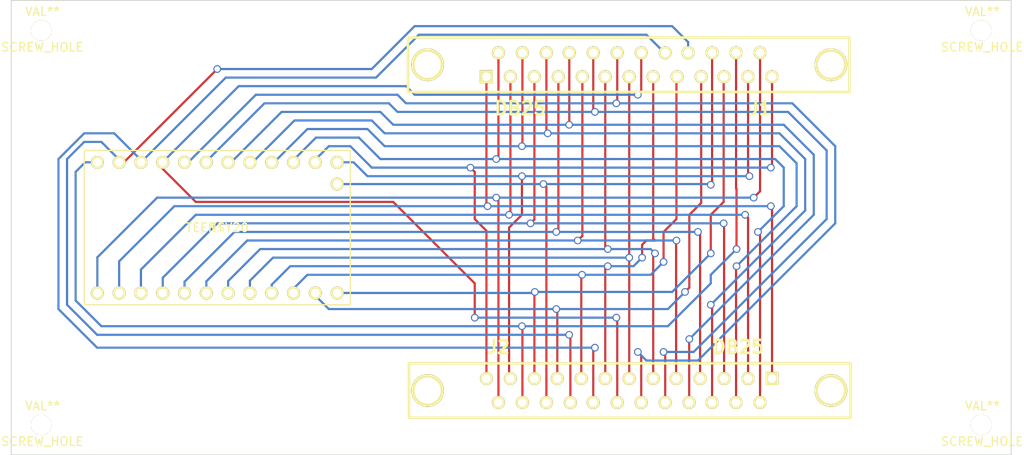
<source format=kicad_pcb>
(kicad_pcb (version 3) (host pcbnew "(2013-07-07 BZR 4022)-stable")

  (general
    (links 50)
    (no_connects 0)
    (area -2.284555 -0.050001 118.984555 53.050001)
    (thickness 1.6)
    (drawings 4)
    (tracks 325)
    (zones 0)
    (modules 7)
    (nets 26)
  )

  (page A3)
  (layers
    (15 F.Cu signal)
    (0 B.Cu signal)
    (16 B.Adhes user)
    (17 F.Adhes user)
    (18 B.Paste user)
    (19 F.Paste user)
    (20 B.SilkS user)
    (21 F.SilkS user)
    (22 B.Mask user)
    (23 F.Mask user)
    (24 Dwgs.User user)
    (25 Cmts.User user)
    (26 Eco1.User user)
    (27 Eco2.User user)
    (28 Edge.Cuts user)
  )

  (setup
    (last_trace_width 0.254)
    (trace_clearance 0.254)
    (zone_clearance 0.508)
    (zone_45_only no)
    (trace_min 0.254)
    (segment_width 0.2)
    (edge_width 0.1)
    (via_size 0.889)
    (via_drill 0.635)
    (via_min_size 0.889)
    (via_min_drill 0.508)
    (uvia_size 0.508)
    (uvia_drill 0.127)
    (uvias_allowed no)
    (uvia_min_size 0.508)
    (uvia_min_drill 0.127)
    (pcb_text_width 0.3)
    (pcb_text_size 1.5 1.5)
    (mod_edge_width 0.15)
    (mod_text_size 1 1)
    (mod_text_width 0.15)
    (pad_size 1.5 1.5)
    (pad_drill 0.6)
    (pad_to_mask_clearance 0)
    (aux_axis_origin 0 0)
    (visible_elements 7FFFFFFF)
    (pcbplotparams
      (layerselection 3178497)
      (usegerberextensions true)
      (excludeedgelayer true)
      (linewidth 0.150000)
      (plotframeref false)
      (viasonmask false)
      (mode 1)
      (useauxorigin false)
      (hpglpennumber 1)
      (hpglpenspeed 20)
      (hpglpendiameter 15)
      (hpglpenoverlay 2)
      (psnegative false)
      (psa4output false)
      (plotreference true)
      (plotvalue true)
      (plotothertext true)
      (plotinvisibletext false)
      (padsonsilk false)
      (subtractmaskfromsilk false)
      (outputformat 1)
      (mirror false)
      (drillshape 1)
      (scaleselection 1)
      (outputdirectory ""))
  )

  (net 0 "")
  (net 1 N-000001)
  (net 2 N-0000010)
  (net 3 N-0000011)
  (net 4 N-0000012)
  (net 5 N-0000013)
  (net 6 N-0000014)
  (net 7 N-0000015)
  (net 8 N-0000016)
  (net 9 N-0000017)
  (net 10 N-0000018)
  (net 11 N-0000019)
  (net 12 N-000002)
  (net 13 N-0000020)
  (net 14 N-0000021)
  (net 15 N-0000022)
  (net 16 N-0000023)
  (net 17 N-0000024)
  (net 18 N-0000025)
  (net 19 N-000003)
  (net 20 N-000004)
  (net 21 N-000005)
  (net 22 N-000006)
  (net 23 N-000007)
  (net 24 N-000008)
  (net 25 N-000009)

  (net_class Default "This is the default net class."
    (clearance 0.254)
    (trace_width 0.254)
    (via_dia 0.889)
    (via_drill 0.635)
    (uvia_dia 0.508)
    (uvia_drill 0.127)
    (add_net "")
    (add_net N-000001)
    (add_net N-0000010)
    (add_net N-0000011)
    (add_net N-0000012)
    (add_net N-0000013)
    (add_net N-0000014)
    (add_net N-0000015)
    (add_net N-0000016)
    (add_net N-0000017)
    (add_net N-0000018)
    (add_net N-0000019)
    (add_net N-000002)
    (add_net N-0000020)
    (add_net N-0000021)
    (add_net N-0000022)
    (add_net N-0000023)
    (add_net N-0000024)
    (add_net N-0000025)
    (add_net N-000003)
    (add_net N-000004)
    (add_net N-000005)
    (add_net N-000006)
    (add_net N-000007)
    (add_net N-000008)
    (add_net N-000009)
  )

  (module TEENSY20 (layer F.Cu) (tedit 54559565) (tstamp 5A2E3B51)
    (at 24 26.5)
    (path /5A2E3668)
    (fp_text reference T1 (at 0 0) (layer F.SilkS)
      (effects (font (size 1 1) (thickness 0.15)))
    )
    (fp_text value TEENSY20 (at 0 0) (layer F.SilkS)
      (effects (font (size 1 1) (thickness 0.15)))
    )
    (fp_line (start -15.5 -9) (end 15.5 -9) (layer F.SilkS) (width 0.15))
    (fp_line (start 15.5 -9) (end 15.5 9) (layer F.SilkS) (width 0.15))
    (fp_line (start 15.5 9) (end -15.5 9) (layer F.SilkS) (width 0.15))
    (fp_line (start -15.5 9) (end -15.5 -9) (layer F.SilkS) (width 0.15))
    (pad 1 thru_hole circle (at -11.43 7.62) (size 1.524 1.524) (drill 1.016)
      (layers *.Cu *.Mask F.SilkS)
      (net 8 N-0000016)
    )
    (pad 23 thru_hole circle (at -13.97 -7.62) (size 1.524 1.524) (drill 1.016)
      (layers *.Cu *.Mask F.SilkS)
      (net 24 N-000008)
    )
    (pad 6 thru_hole circle (at 1.27 7.62) (size 1.524 1.524) (drill 1.016)
      (layers *.Cu *.Mask F.SilkS)
      (net 13 N-0000020)
    )
    (pad 17 thru_hole circle (at 1.27 -7.62) (size 1.524 1.524) (drill 1.016)
      (layers *.Cu *.Mask F.SilkS)
      (net 4 N-0000012)
    )
    (pad 18 thru_hole circle (at -1.27 -7.62) (size 1.524 1.524) (drill 1.016)
      (layers *.Cu *.Mask F.SilkS)
      (net 5 N-0000013)
    )
    (pad 19 thru_hole circle (at -3.81 -7.62) (size 1.524 1.524) (drill 1.016)
      (layers *.Cu *.Mask F.SilkS)
      (net 21 N-000005)
    )
    (pad 20 thru_hole circle (at -6.35 -7.62) (size 1.524 1.524) (drill 1.016)
      (layers *.Cu *.Mask F.SilkS)
      (net 22 N-000006)
    )
    (pad 21 thru_hole circle (at -8.89 -7.62) (size 1.524 1.524) (drill 1.016)
      (layers *.Cu *.Mask F.SilkS)
      (net 20 N-000004)
    )
    (pad 22 thru_hole circle (at -11.43 -7.62) (size 1.524 1.524) (drill 1.016)
      (layers *.Cu *.Mask F.SilkS)
      (net 23 N-000007)
    )
    (pad 16 thru_hole circle (at 3.81 -7.62) (size 1.524 1.524) (drill 1.016)
      (layers *.Cu *.Mask F.SilkS)
      (net 25 N-000009)
    )
    (pad 15 thru_hole circle (at 6.35 -7.62) (size 1.524 1.524) (drill 1.016)
      (layers *.Cu *.Mask F.SilkS)
      (net 3 N-0000011)
    )
    (pad 14 thru_hole circle (at 8.89 -7.62) (size 1.524 1.524) (drill 1.016)
      (layers *.Cu *.Mask F.SilkS)
      (net 2 N-0000010)
    )
    (pad 13 thru_hole circle (at 11.43 -7.62) (size 1.524 1.524) (drill 1.016)
      (layers *.Cu *.Mask F.SilkS)
      (net 19 N-000003)
    )
    (pad 12 thru_hole circle (at 13.97 -7.62) (size 1.524 1.524) (drill 1.016)
      (layers *.Cu *.Mask F.SilkS)
      (net 12 N-000002)
    )
    (pad 5 thru_hole circle (at -1.27 7.62) (size 1.524 1.524) (drill 1.016)
      (layers *.Cu *.Mask F.SilkS)
      (net 7 N-0000015)
    )
    (pad 4 thru_hole circle (at -3.81 7.62) (size 1.524 1.524) (drill 1.016)
      (layers *.Cu *.Mask F.SilkS)
      (net 11 N-0000019)
    )
    (pad 3 thru_hole circle (at -6.35 7.62) (size 1.524 1.524) (drill 1.016)
      (layers *.Cu *.Mask F.SilkS)
      (net 10 N-0000018)
    )
    (pad 2 thru_hole circle (at -8.89 7.62) (size 1.524 1.524) (drill 1.016)
      (layers *.Cu *.Mask F.SilkS)
      (net 9 N-0000017)
    )
    (pad 0 thru_hole circle (at -13.97 7.62) (size 1.524 1.524) (drill 1.016)
      (layers *.Cu *.Mask F.SilkS)
      (net 6 N-0000014)
    )
    (pad 7 thru_hole circle (at 3.81 7.62) (size 1.524 1.524) (drill 1.016)
      (layers *.Cu *.Mask F.SilkS)
      (net 14 N-0000021)
    )
    (pad 8 thru_hole circle (at 6.35 7.62) (size 1.524 1.524) (drill 1.016)
      (layers *.Cu *.Mask F.SilkS)
      (net 15 N-0000022)
    )
    (pad 9 thru_hole circle (at 8.89 7.62) (size 1.524 1.524) (drill 1.016)
      (layers *.Cu *.Mask F.SilkS)
      (net 16 N-0000023)
    )
    (pad 10 thru_hole circle (at 11.43 7.62) (size 1.524 1.524) (drill 1.016)
      (layers *.Cu *.Mask F.SilkS)
      (net 17 N-0000024)
    )
    (pad 11 thru_hole circle (at 13.97 7.62) (size 1.524 1.524) (drill 1.016)
      (layers *.Cu *.Mask F.SilkS)
      (net 18 N-0000025)
    )
    (pad 24 thru_hole circle (at 13.97 -5.08) (size 1.524 1.524) (drill 1.016)
      (layers *.Cu *.Mask F.SilkS)
      (net 1 N-000001)
    )
  )

  (module DB25FD (layer F.Cu) (tedit 200000) (tstamp 5A2E3B76)
    (at 72 45.5)
    (descr "Connecteur DB25 femelle droit")
    (tags "CONN DB25")
    (path /5A2E3681)
    (fp_text reference J2 (at -15.24 -5.08 180) (layer F.SilkS)
      (effects (font (size 1.524 1.524) (thickness 0.3048)))
    )
    (fp_text value DB25 (at 12.7 -5.08 180) (layer F.SilkS)
      (effects (font (size 1.524 1.524) (thickness 0.3048)))
    )
    (fp_line (start -25.654 -3.175) (end -25.654 -3.175) (layer F.SilkS) (width 0.3048))
    (fp_line (start -25.654 -3.175) (end -25.654 3.175) (layer F.SilkS) (width 0.3048))
    (fp_line (start -25.654 3.175) (end 25.781 3.175) (layer F.SilkS) (width 0.3048))
    (fp_line (start 25.781 3.175) (end 25.781 -3.175) (layer F.SilkS) (width 0.3048))
    (fp_line (start 25.781 -3.175) (end -25.527 -3.175) (layer F.SilkS) (width 0.3048))
    (fp_line (start -25.527 -3.175) (end -25.654 -3.175) (layer F.SilkS) (width 0.3048))
    (pad 0 thru_hole circle (at -23.495 0) (size 3.81 3.81) (drill 3.048)
      (layers *.Cu *.Mask F.SilkS)
    )
    (pad 0 thru_hole circle (at 23.495 0) (size 3.81 3.81) (drill 3.048)
      (layers *.Cu *.Mask F.SilkS)
    )
    (pad 1 thru_hole rect (at 16.637 -1.397) (size 1.524 1.524) (drill 1.016)
      (layers *.Cu *.Mask F.SilkS)
      (net 8 N-0000016)
    )
    (pad 2 thru_hole circle (at 13.843 -1.397) (size 1.524 1.524) (drill 1.016)
      (layers *.Cu *.Mask F.SilkS)
      (net 9 N-0000017)
    )
    (pad 3 thru_hole circle (at 11.049 -1.397) (size 1.524 1.524) (drill 1.016)
      (layers *.Cu *.Mask F.SilkS)
      (net 10 N-0000018)
    )
    (pad 4 thru_hole circle (at 8.255 -1.397) (size 1.524 1.524) (drill 1.016)
      (layers *.Cu *.Mask F.SilkS)
      (net 11 N-0000019)
    )
    (pad 5 thru_hole circle (at 5.461 -1.397) (size 1.524 1.524) (drill 1.016)
      (layers *.Cu *.Mask F.SilkS)
      (net 7 N-0000015)
    )
    (pad 6 thru_hole circle (at 2.794 -1.397) (size 1.524 1.524) (drill 1.016)
      (layers *.Cu *.Mask F.SilkS)
      (net 13 N-0000020)
    )
    (pad 7 thru_hole circle (at 0 -1.397) (size 1.524 1.524) (drill 1.016)
      (layers *.Cu *.Mask F.SilkS)
      (net 14 N-0000021)
    )
    (pad 8 thru_hole circle (at -2.794 -1.397) (size 1.524 1.524) (drill 1.016)
      (layers *.Cu *.Mask F.SilkS)
      (net 15 N-0000022)
    )
    (pad 9 thru_hole circle (at -5.588 -1.397) (size 1.524 1.524) (drill 1.016)
      (layers *.Cu *.Mask F.SilkS)
      (net 16 N-0000023)
    )
    (pad 10 thru_hole circle (at -8.382 -1.397) (size 1.524 1.524) (drill 1.016)
      (layers *.Cu *.Mask F.SilkS)
      (net 17 N-0000024)
    )
    (pad 11 thru_hole circle (at -11.049 -1.397) (size 1.524 1.524) (drill 1.016)
      (layers *.Cu *.Mask F.SilkS)
      (net 18 N-0000025)
    )
    (pad 12 thru_hole circle (at -13.843 -1.397) (size 1.524 1.524) (drill 1.016)
      (layers *.Cu *.Mask F.SilkS)
      (net 12 N-000002)
    )
    (pad 13 thru_hole circle (at -16.637 -1.397) (size 1.524 1.524) (drill 1.016)
      (layers *.Cu *.Mask F.SilkS)
      (net 19 N-000003)
    )
    (pad 14 thru_hole circle (at 15.24 1.397) (size 1.524 1.524) (drill 1.016)
      (layers *.Cu *.Mask F.SilkS)
      (net 2 N-0000010)
    )
    (pad 15 thru_hole circle (at 12.446 1.397) (size 1.524 1.524) (drill 1.016)
      (layers *.Cu *.Mask F.SilkS)
      (net 3 N-0000011)
    )
    (pad 16 thru_hole circle (at 9.652 1.397) (size 1.524 1.524) (drill 1.016)
      (layers *.Cu *.Mask F.SilkS)
      (net 25 N-000009)
    )
    (pad 17 thru_hole circle (at 6.985 1.397) (size 1.524 1.524) (drill 1.016)
      (layers *.Cu *.Mask F.SilkS)
      (net 4 N-0000012)
    )
    (pad 18 thru_hole circle (at 4.191 1.397) (size 1.524 1.524) (drill 1.016)
      (layers *.Cu *.Mask F.SilkS)
      (net 5 N-0000013)
    )
    (pad 19 thru_hole circle (at 1.397 1.397) (size 1.524 1.524) (drill 1.016)
      (layers *.Cu *.Mask F.SilkS)
      (net 21 N-000005)
    )
    (pad 20 thru_hole circle (at -1.397 1.397) (size 1.524 1.524) (drill 1.016)
      (layers *.Cu *.Mask F.SilkS)
      (net 22 N-000006)
    )
    (pad 21 thru_hole circle (at -4.191 1.397) (size 1.524 1.524) (drill 1.016)
      (layers *.Cu *.Mask F.SilkS)
      (net 20 N-000004)
    )
    (pad 22 thru_hole circle (at -6.858 1.397) (size 1.524 1.524) (drill 1.016)
      (layers *.Cu *.Mask F.SilkS)
      (net 23 N-000007)
    )
    (pad 23 thru_hole circle (at -9.652 1.397) (size 1.524 1.524) (drill 1.016)
      (layers *.Cu *.Mask F.SilkS)
      (net 1 N-000001)
    )
    (pad 24 thru_hole circle (at -12.446 1.397) (size 1.524 1.524) (drill 1.016)
      (layers *.Cu *.Mask F.SilkS)
      (net 24 N-000008)
    )
    (pad 25 thru_hole circle (at -15.24 1.397) (size 1.524 1.524) (drill 1.016)
      (layers *.Cu *.Mask F.SilkS)
      (net 6 N-0000014)
    )
    (model conn_DBxx/db25_female.wrl
      (at (xyz 0 0 0))
      (scale (xyz 1 1 1))
      (rotate (xyz 0 0 0))
    )
  )

  (module DB25FD (layer F.Cu) (tedit 200000) (tstamp 5A2E3B9B)
    (at 72 7.5 180)
    (descr "Connecteur DB25 femelle droit")
    (tags "CONN DB25")
    (path /5A2E3695)
    (fp_text reference J1 (at -15.24 -5.08 360) (layer F.SilkS)
      (effects (font (size 1.524 1.524) (thickness 0.3048)))
    )
    (fp_text value DB25 (at 12.7 -5.08 360) (layer F.SilkS)
      (effects (font (size 1.524 1.524) (thickness 0.3048)))
    )
    (fp_line (start -25.654 -3.175) (end -25.654 -3.175) (layer F.SilkS) (width 0.3048))
    (fp_line (start -25.654 -3.175) (end -25.654 3.175) (layer F.SilkS) (width 0.3048))
    (fp_line (start -25.654 3.175) (end 25.781 3.175) (layer F.SilkS) (width 0.3048))
    (fp_line (start 25.781 3.175) (end 25.781 -3.175) (layer F.SilkS) (width 0.3048))
    (fp_line (start 25.781 -3.175) (end -25.527 -3.175) (layer F.SilkS) (width 0.3048))
    (fp_line (start -25.527 -3.175) (end -25.654 -3.175) (layer F.SilkS) (width 0.3048))
    (pad 0 thru_hole circle (at -23.495 0 180) (size 3.81 3.81) (drill 3.048)
      (layers *.Cu *.Mask F.SilkS)
    )
    (pad 0 thru_hole circle (at 23.495 0 180) (size 3.81 3.81) (drill 3.048)
      (layers *.Cu *.Mask F.SilkS)
    )
    (pad 1 thru_hole rect (at 16.637 -1.397 180) (size 1.524 1.524) (drill 1.016)
      (layers *.Cu *.Mask F.SilkS)
      (net 8 N-0000016)
    )
    (pad 2 thru_hole circle (at 13.843 -1.397 180) (size 1.524 1.524) (drill 1.016)
      (layers *.Cu *.Mask F.SilkS)
      (net 9 N-0000017)
    )
    (pad 3 thru_hole circle (at 11.049 -1.397 180) (size 1.524 1.524) (drill 1.016)
      (layers *.Cu *.Mask F.SilkS)
      (net 10 N-0000018)
    )
    (pad 4 thru_hole circle (at 8.255 -1.397 180) (size 1.524 1.524) (drill 1.016)
      (layers *.Cu *.Mask F.SilkS)
      (net 11 N-0000019)
    )
    (pad 5 thru_hole circle (at 5.461 -1.397 180) (size 1.524 1.524) (drill 1.016)
      (layers *.Cu *.Mask F.SilkS)
      (net 7 N-0000015)
    )
    (pad 6 thru_hole circle (at 2.794 -1.397 180) (size 1.524 1.524) (drill 1.016)
      (layers *.Cu *.Mask F.SilkS)
      (net 13 N-0000020)
    )
    (pad 7 thru_hole circle (at 0 -1.397 180) (size 1.524 1.524) (drill 1.016)
      (layers *.Cu *.Mask F.SilkS)
      (net 14 N-0000021)
    )
    (pad 8 thru_hole circle (at -2.794 -1.397 180) (size 1.524 1.524) (drill 1.016)
      (layers *.Cu *.Mask F.SilkS)
      (net 15 N-0000022)
    )
    (pad 9 thru_hole circle (at -5.588 -1.397 180) (size 1.524 1.524) (drill 1.016)
      (layers *.Cu *.Mask F.SilkS)
      (net 16 N-0000023)
    )
    (pad 10 thru_hole circle (at -8.382 -1.397 180) (size 1.524 1.524) (drill 1.016)
      (layers *.Cu *.Mask F.SilkS)
      (net 17 N-0000024)
    )
    (pad 11 thru_hole circle (at -11.049 -1.397 180) (size 1.524 1.524) (drill 1.016)
      (layers *.Cu *.Mask F.SilkS)
      (net 18 N-0000025)
    )
    (pad 12 thru_hole circle (at -13.843 -1.397 180) (size 1.524 1.524) (drill 1.016)
      (layers *.Cu *.Mask F.SilkS)
      (net 12 N-000002)
    )
    (pad 13 thru_hole circle (at -16.637 -1.397 180) (size 1.524 1.524) (drill 1.016)
      (layers *.Cu *.Mask F.SilkS)
      (net 19 N-000003)
    )
    (pad 14 thru_hole circle (at 15.24 1.397 180) (size 1.524 1.524) (drill 1.016)
      (layers *.Cu *.Mask F.SilkS)
      (net 2 N-0000010)
    )
    (pad 15 thru_hole circle (at 12.446 1.397 180) (size 1.524 1.524) (drill 1.016)
      (layers *.Cu *.Mask F.SilkS)
      (net 3 N-0000011)
    )
    (pad 16 thru_hole circle (at 9.652 1.397 180) (size 1.524 1.524) (drill 1.016)
      (layers *.Cu *.Mask F.SilkS)
      (net 25 N-000009)
    )
    (pad 17 thru_hole circle (at 6.985 1.397 180) (size 1.524 1.524) (drill 1.016)
      (layers *.Cu *.Mask F.SilkS)
      (net 4 N-0000012)
    )
    (pad 18 thru_hole circle (at 4.191 1.397 180) (size 1.524 1.524) (drill 1.016)
      (layers *.Cu *.Mask F.SilkS)
      (net 5 N-0000013)
    )
    (pad 19 thru_hole circle (at 1.397 1.397 180) (size 1.524 1.524) (drill 1.016)
      (layers *.Cu *.Mask F.SilkS)
      (net 21 N-000005)
    )
    (pad 20 thru_hole circle (at -1.397 1.397 180) (size 1.524 1.524) (drill 1.016)
      (layers *.Cu *.Mask F.SilkS)
      (net 22 N-000006)
    )
    (pad 21 thru_hole circle (at -4.191 1.397 180) (size 1.524 1.524) (drill 1.016)
      (layers *.Cu *.Mask F.SilkS)
      (net 20 N-000004)
    )
    (pad 22 thru_hole circle (at -6.858 1.397 180) (size 1.524 1.524) (drill 1.016)
      (layers *.Cu *.Mask F.SilkS)
      (net 23 N-000007)
    )
    (pad 23 thru_hole circle (at -9.652 1.397 180) (size 1.524 1.524) (drill 1.016)
      (layers *.Cu *.Mask F.SilkS)
      (net 1 N-000001)
    )
    (pad 24 thru_hole circle (at -12.446 1.397 180) (size 1.524 1.524) (drill 1.016)
      (layers *.Cu *.Mask F.SilkS)
      (net 24 N-000008)
    )
    (pad 25 thru_hole circle (at -15.24 1.397 180) (size 1.524 1.524) (drill 1.016)
      (layers *.Cu *.Mask F.SilkS)
      (net 6 N-0000014)
    )
    (model conn_DBxx/db25_female.wrl
      (at (xyz 0 0 0))
      (scale (xyz 1 1 1))
      (rotate (xyz 0 0 0))
    )
  )

  (module SCREW_HOLE (layer F.Cu) (tedit 5A2D949C) (tstamp 5A2E9B70)
    (at 3.5 3.5)
    (fp_text reference SCREW_HOLE (at 0.1 1.95) (layer F.SilkS)
      (effects (font (size 1 1) (thickness 0.15)))
    )
    (fp_text value VAL** (at 0.15 -2.2) (layer F.SilkS)
      (effects (font (size 1 1) (thickness 0.15)))
    )
    (pad HOLE thru_hole circle (at 0 0) (size 2.4 2.4) (drill 2.4)
      (layers *.Cu *.Mask F.SilkS)
    )
  )

  (module SCREW_HOLE (layer F.Cu) (tedit 5A2D949C) (tstamp 5A2E9B79)
    (at 3.5 49.5)
    (fp_text reference SCREW_HOLE (at 0.1 1.95) (layer F.SilkS)
      (effects (font (size 1 1) (thickness 0.15)))
    )
    (fp_text value VAL** (at 0.15 -2.2) (layer F.SilkS)
      (effects (font (size 1 1) (thickness 0.15)))
    )
    (pad HOLE thru_hole circle (at 0 0) (size 2.4 2.4) (drill 2.4)
      (layers *.Cu *.Mask F.SilkS)
    )
  )

  (module SCREW_HOLE (layer F.Cu) (tedit 5A2D949C) (tstamp 5A2E9B82)
    (at 113 3.5)
    (fp_text reference SCREW_HOLE (at 0.1 1.95) (layer F.SilkS)
      (effects (font (size 1 1) (thickness 0.15)))
    )
    (fp_text value VAL** (at 0.15 -2.2) (layer F.SilkS)
      (effects (font (size 1 1) (thickness 0.15)))
    )
    (pad HOLE thru_hole circle (at 0 0) (size 2.4 2.4) (drill 2.4)
      (layers *.Cu *.Mask F.SilkS)
    )
  )

  (module SCREW_HOLE (layer F.Cu) (tedit 5A2D949C) (tstamp 5A2E9B8B)
    (at 113 49.5)
    (fp_text reference SCREW_HOLE (at 0.1 1.95) (layer F.SilkS)
      (effects (font (size 1 1) (thickness 0.15)))
    )
    (fp_text value VAL** (at 0.15 -2.2) (layer F.SilkS)
      (effects (font (size 1 1) (thickness 0.15)))
    )
    (pad HOLE thru_hole circle (at 0 0) (size 2.4 2.4) (drill 2.4)
      (layers *.Cu *.Mask F.SilkS)
    )
  )

  (gr_line (start 0 53) (end 0 0) (angle 90) (layer Edge.Cuts) (width 0.1))
  (gr_line (start 116.5 53) (end 0 53) (angle 90) (layer Edge.Cuts) (width 0.1))
  (gr_line (start 116.5 0) (end 116.5 53) (angle 90) (layer Edge.Cuts) (width 0.1))
  (gr_line (start 0 0) (end 116.5 0) (angle 90) (layer Edge.Cuts) (width 0.1))

  (via (at 62 21.42) (size 0.889) (layers F.Cu B.Cu) (net 1))
  (segment (start 62.348 46.897) (end 62.348 21.768) (width 0.254) (layer F.Cu) (net 1) (tstamp 5A2E3F8A) (status 400000))
  (segment (start 62.348 21.768) (end 62 21.42) (width 0.254) (layer F.Cu) (net 1) (tstamp 5A2E3F89))
  (segment (start 81.652 21.348) (end 81.652 6.103) (width 0.254) (layer F.Cu) (net 1) (tstamp 5A2E3F4F))
  (segment (start 81.5 21.5) (end 81.652 21.348) (width 0.254) (layer F.Cu) (net 1) (tstamp 5A2E3F4E))
  (via (at 81.5 21.5) (size 0.889) (layers F.Cu B.Cu) (net 1))
  (segment (start 81.42 21.42) (end 81.5 21.5) (width 0.254) (layer B.Cu) (net 1) (tstamp 5A2E3F47))
  (segment (start 37.97 21.42) (end 62 21.42) (width 0.254) (layer B.Cu) (net 1))
  (segment (start 62 21.42) (end 81.42 21.42) (width 0.254) (layer B.Cu) (net 1) (tstamp 5A2E3F86))
  (segment (start 56.5 18.5) (end 89 18.5) (width 0.254) (layer B.Cu) (net 2))
  (segment (start 87.24 27.24) (end 87.24 46.897) (width 0.254) (layer F.Cu) (net 2) (tstamp 5A2E42E8) (status 800000))
  (segment (start 87 27) (end 87.24 27.24) (width 0.254) (layer F.Cu) (net 2) (tstamp 5A2E42E7))
  (via (at 87 27) (size 0.889) (layers F.Cu B.Cu) (net 2))
  (segment (start 90 24) (end 87 27) (width 0.254) (layer B.Cu) (net 2) (tstamp 5A2E42DF))
  (segment (start 90 19.5) (end 90 24) (width 0.254) (layer B.Cu) (net 2) (tstamp 5A2E42DD))
  (segment (start 89 18.5) (end 90 19.5) (width 0.254) (layer B.Cu) (net 2) (tstamp 5A2E42D0))
  (segment (start 32.89 18.88) (end 32.89 18.61) (width 0.254) (layer B.Cu) (net 2) (status C00000))
  (segment (start 56.76 18.24) (end 56.76 6.103) (width 0.254) (layer F.Cu) (net 2) (tstamp 5A2E42CC) (status 800000))
  (segment (start 56.5 18.5) (end 56.76 18.24) (width 0.254) (layer F.Cu) (net 2) (tstamp 5A2E42CB))
  (via (at 56.5 18.5) (size 0.889) (layers F.Cu B.Cu) (net 2))
  (segment (start 43 18.5) (end 56.5 18.5) (width 0.254) (layer B.Cu) (net 2) (tstamp 5A2E42C0))
  (segment (start 40.5 16) (end 43 18.5) (width 0.254) (layer B.Cu) (net 2) (tstamp 5A2E42BC))
  (segment (start 35.5 16) (end 40.5 16) (width 0.254) (layer B.Cu) (net 2) (tstamp 5A2E42B6))
  (segment (start 32.89 18.61) (end 35.5 16) (width 0.254) (layer B.Cu) (net 2) (tstamp 5A2E42B2) (status 400000))
  (segment (start 59.5 17) (end 89.5 17) (width 0.254) (layer B.Cu) (net 3))
  (segment (start 84.446 31.054) (end 84.446 46.897) (width 0.254) (layer F.Cu) (net 3) (tstamp 5A2E431B) (status 800000))
  (segment (start 84.5 31) (end 84.446 31.054) (width 0.254) (layer F.Cu) (net 3) (tstamp 5A2E431A))
  (via (at 84.5 31) (size 0.889) (layers F.Cu B.Cu) (net 3))
  (segment (start 91.5 24) (end 84.5 31) (width 0.254) (layer B.Cu) (net 3) (tstamp 5A2E4314))
  (segment (start 91.5 19) (end 91.5 24) (width 0.254) (layer B.Cu) (net 3) (tstamp 5A2E4312))
  (segment (start 89.5 17) (end 91.5 19) (width 0.254) (layer B.Cu) (net 3) (tstamp 5A2E430D))
  (segment (start 30.35 18.88) (end 30.62 18.88) (width 0.254) (layer B.Cu) (net 3) (status C00000))
  (segment (start 59.554 16.946) (end 59.554 6.103) (width 0.254) (layer F.Cu) (net 3) (tstamp 5A2E4308) (status 800000))
  (segment (start 59.5 17) (end 59.554 16.946) (width 0.254) (layer F.Cu) (net 3) (tstamp 5A2E4307))
  (via (at 59.5 17) (size 0.889) (layers F.Cu B.Cu) (net 3))
  (segment (start 43.5 17) (end 59.5 17) (width 0.254) (layer B.Cu) (net 3) (tstamp 5A2E4302))
  (segment (start 41.5 15) (end 43.5 17) (width 0.254) (layer B.Cu) (net 3) (tstamp 5A2E42FE))
  (segment (start 34.5 15) (end 41.5 15) (width 0.254) (layer B.Cu) (net 3) (tstamp 5A2E42FB))
  (segment (start 30.62 18.88) (end 34.5 15) (width 0.254) (layer B.Cu) (net 3) (tstamp 5A2E42F8) (status 400000))
  (segment (start 65 14.5) (end 90 14.5) (width 0.254) (layer B.Cu) (net 4))
  (segment (start 78.985 39.515) (end 78.985 46.897) (width 0.254) (layer F.Cu) (net 4) (tstamp 5A2E4372) (status 800000))
  (segment (start 79 39.5) (end 78.985 39.515) (width 0.254) (layer F.Cu) (net 4) (tstamp 5A2E4371))
  (via (at 79 39.5) (size 0.889) (layers F.Cu B.Cu) (net 4))
  (segment (start 93.5 25) (end 79 39.5) (width 0.254) (layer B.Cu) (net 4) (tstamp 5A2E4368))
  (segment (start 93.5 18) (end 93.5 25) (width 0.254) (layer B.Cu) (net 4) (tstamp 5A2E4366))
  (segment (start 90 14.5) (end 93.5 18) (width 0.254) (layer B.Cu) (net 4) (tstamp 5A2E4362))
  (segment (start 25.27 18.88) (end 25.62 18.88) (width 0.254) (layer B.Cu) (net 4) (status C00000))
  (segment (start 65.015 14.485) (end 65.015 6.103) (width 0.254) (layer F.Cu) (net 4) (tstamp 5A2E435F) (status 800000))
  (segment (start 65 14.5) (end 65.015 14.485) (width 0.254) (layer F.Cu) (net 4) (tstamp 5A2E435E))
  (via (at 65 14.5) (size 0.889) (layers F.Cu B.Cu) (net 4))
  (segment (start 44.5 14.5) (end 65 14.5) (width 0.254) (layer B.Cu) (net 4) (tstamp 5A2E435A))
  (segment (start 43 13) (end 44.5 14.5) (width 0.254) (layer B.Cu) (net 4) (tstamp 5A2E4358))
  (segment (start 31.5 13) (end 43 13) (width 0.254) (layer B.Cu) (net 4) (tstamp 5A2E4354))
  (segment (start 25.62 18.88) (end 31.5 13) (width 0.254) (layer B.Cu) (net 4) (tstamp 5A2E434F) (status 400000))
  (segment (start 68 13) (end 90.5 13) (width 0.254) (layer B.Cu) (net 5))
  (segment (start 76.191 41.191) (end 76.191 46.897) (width 0.254) (layer F.Cu) (net 5) (tstamp 5A2E43A2) (status 800000))
  (segment (start 76 41) (end 76.191 41.191) (width 0.254) (layer F.Cu) (net 5) (tstamp 5A2E43A1))
  (via (at 76 41) (size 0.889) (layers F.Cu B.Cu) (net 5))
  (segment (start 79.5 41) (end 76 41) (width 0.254) (layer B.Cu) (net 5) (tstamp 5A2E439E))
  (segment (start 95 25.5) (end 79.5 41) (width 0.254) (layer B.Cu) (net 5) (tstamp 5A2E4396))
  (segment (start 95 17.5) (end 95 25.5) (width 0.254) (layer B.Cu) (net 5) (tstamp 5A2E4394))
  (segment (start 90.5 13) (end 95 17.5) (width 0.254) (layer B.Cu) (net 5) (tstamp 5A2E4391))
  (segment (start 22.73 18.88) (end 22.73 18.77) (width 0.254) (layer B.Cu) (net 5) (status C00000))
  (segment (start 67.809 12.809) (end 67.809 6.103) (width 0.254) (layer F.Cu) (net 5) (tstamp 5A2E438D) (status 800000))
  (segment (start 68 13) (end 67.809 12.809) (width 0.254) (layer F.Cu) (net 5) (tstamp 5A2E438C))
  (via (at 68 13) (size 0.889) (layers F.Cu B.Cu) (net 5))
  (segment (start 45 13) (end 68 13) (width 0.254) (layer B.Cu) (net 5) (tstamp 5A2E4387))
  (segment (start 44 12) (end 45 13) (width 0.254) (layer B.Cu) (net 5) (tstamp 5A2E4385))
  (segment (start 29.5 12) (end 44 12) (width 0.254) (layer B.Cu) (net 5) (tstamp 5A2E4381))
  (segment (start 22.73 18.77) (end 29.5 12) (width 0.254) (layer B.Cu) (net 5) (tstamp 5A2E437E) (status 400000))
  (via (at 56.5 23) (size 0.889) (layers F.Cu B.Cu) (net 6))
  (segment (start 56.76 46.897) (end 56.76 23.26) (width 0.254) (layer F.Cu) (net 6) (tstamp 5A2E3FEF) (status 400000))
  (segment (start 56.76 23.26) (end 56.5 23) (width 0.254) (layer F.Cu) (net 6) (tstamp 5A2E3FEE))
  (segment (start 10.03 34.12) (end 10.03 29.97) (width 0.254) (layer B.Cu) (net 6) (status 400000))
  (segment (start 87.24 22.26) (end 87.24 6.103) (width 0.254) (layer F.Cu) (net 6) (tstamp 5A2E3FD1) (status 800000))
  (segment (start 86.5 23) (end 87.24 22.26) (width 0.254) (layer F.Cu) (net 6) (tstamp 5A2E3FD0))
  (via (at 86.5 23) (size 0.889) (layers F.Cu B.Cu) (net 6))
  (segment (start 17 23) (end 56.5 23) (width 0.254) (layer B.Cu) (net 6) (tstamp 5A2E3FAC))
  (segment (start 56.5 23) (end 86.5 23) (width 0.254) (layer B.Cu) (net 6) (tstamp 5A2E3FEB))
  (segment (start 10.03 29.97) (end 17 23) (width 0.254) (layer B.Cu) (net 6) (tstamp 5A2E3FA2))
  (segment (start 66 28) (end 77.5 28) (width 0.254) (layer B.Cu) (net 7))
  (segment (start 77.461 28.039) (end 77.461 44.103) (width 0.254) (layer F.Cu) (net 7) (tstamp 5A2E40E3) (status 800000))
  (segment (start 77.5 28) (end 77.461 28.039) (width 0.254) (layer F.Cu) (net 7) (tstamp 5A2E40E2))
  (via (at 77.5 28) (size 0.889) (layers F.Cu B.Cu) (net 7))
  (segment (start 22.73 34.12) (end 22.73 32.77) (width 0.254) (layer B.Cu) (net 7) (status 400000))
  (segment (start 66.539 27.461) (end 66.539 8.897) (width 0.254) (layer F.Cu) (net 7) (tstamp 5A2E40D7) (status 800000))
  (segment (start 66 28) (end 66.539 27.461) (width 0.254) (layer F.Cu) (net 7) (tstamp 5A2E40D6))
  (via (at 66 28) (size 0.889) (layers F.Cu B.Cu) (net 7))
  (segment (start 27.5 28) (end 66 28) (width 0.254) (layer B.Cu) (net 7) (tstamp 5A2E40CB))
  (segment (start 22.73 32.77) (end 27.5 28) (width 0.254) (layer B.Cu) (net 7) (tstamp 5A2E40C6))
  (segment (start 55.5 24) (end 88.5 24) (width 0.254) (layer B.Cu) (net 8))
  (segment (start 88.637 24.137) (end 88.637 44.103) (width 0.254) (layer F.Cu) (net 8) (tstamp 5A2E403F) (status 800000))
  (segment (start 88.5 24) (end 88.637 24.137) (width 0.254) (layer F.Cu) (net 8) (tstamp 5A2E403E))
  (via (at 88.5 24) (size 0.889) (layers F.Cu B.Cu) (net 8))
  (segment (start 12.57 34.12) (end 12.57 30.43) (width 0.254) (layer B.Cu) (net 8) (status 400000))
  (segment (start 55.363 23.863) (end 55.363 8.897) (width 0.254) (layer F.Cu) (net 8) (tstamp 5A2E402B) (status 800000))
  (segment (start 55.5 24) (end 55.363 23.863) (width 0.254) (layer F.Cu) (net 8) (tstamp 5A2E402A))
  (via (at 55.5 24) (size 0.889) (layers F.Cu B.Cu) (net 8))
  (segment (start 19 24) (end 55.5 24) (width 0.254) (layer B.Cu) (net 8) (tstamp 5A2E401A))
  (segment (start 12.57 30.43) (end 19 24) (width 0.254) (layer B.Cu) (net 8) (tstamp 5A2E4011))
  (segment (start 58 25) (end 85.5 25) (width 0.254) (layer B.Cu) (net 9))
  (segment (start 85.843 25.343) (end 85.843 44.103) (width 0.254) (layer F.Cu) (net 9) (tstamp 5A2E406E) (status 800000))
  (segment (start 85.5 25) (end 85.843 25.343) (width 0.254) (layer F.Cu) (net 9) (tstamp 5A2E406D))
  (via (at 85.5 25) (size 0.889) (layers F.Cu B.Cu) (net 9))
  (segment (start 15.11 34.12) (end 15.11 31.39) (width 0.254) (layer B.Cu) (net 9) (status 400000))
  (segment (start 58.157 24.843) (end 58.157 8.897) (width 0.254) (layer F.Cu) (net 9) (tstamp 5A2E405E) (status 800000))
  (segment (start 58 25) (end 58.157 24.843) (width 0.254) (layer F.Cu) (net 9) (tstamp 5A2E405D))
  (via (at 58 25) (size 0.889) (layers F.Cu B.Cu) (net 9))
  (segment (start 21.5 25) (end 58 25) (width 0.254) (layer B.Cu) (net 9) (tstamp 5A2E4051))
  (segment (start 15.11 31.39) (end 21.5 25) (width 0.254) (layer B.Cu) (net 9) (tstamp 5A2E404C))
  (segment (start 60.5 26) (end 83 26) (width 0.254) (layer B.Cu) (net 10))
  (segment (start 83.049 26.049) (end 83.049 44.103) (width 0.254) (layer F.Cu) (net 10) (tstamp 5A2E4092) (status 800000))
  (segment (start 83 26) (end 83.049 26.049) (width 0.254) (layer F.Cu) (net 10) (tstamp 5A2E4091))
  (via (at 83 26) (size 0.889) (layers F.Cu B.Cu) (net 10))
  (segment (start 17.65 34.12) (end 17.65 32.35) (width 0.254) (layer B.Cu) (net 10) (status 400000))
  (segment (start 60.951 25.549) (end 60.951 8.897) (width 0.254) (layer F.Cu) (net 10) (tstamp 5A2E4085) (status 800000))
  (segment (start 60.5 26) (end 60.951 25.549) (width 0.254) (layer F.Cu) (net 10) (tstamp 5A2E4084))
  (via (at 60.5 26) (size 0.889) (layers F.Cu B.Cu) (net 10))
  (segment (start 24 26) (end 60.5 26) (width 0.254) (layer B.Cu) (net 10) (tstamp 5A2E407A))
  (segment (start 17.65 32.35) (end 24 26) (width 0.254) (layer B.Cu) (net 10) (tstamp 5A2E4077))
  (segment (start 63.5 27) (end 80 27) (width 0.254) (layer B.Cu) (net 11))
  (segment (start 80.255 27.255) (end 80.255 44.103) (width 0.254) (layer F.Cu) (net 11) (tstamp 5A2E40B4) (status 800000))
  (segment (start 80 27) (end 80.255 27.255) (width 0.254) (layer F.Cu) (net 11) (tstamp 5A2E40B3))
  (via (at 80 27) (size 0.889) (layers F.Cu B.Cu) (net 11))
  (segment (start 20.19 34.12) (end 20.19 32.81) (width 0.254) (layer B.Cu) (net 11) (status 400000))
  (segment (start 63.745 26.755) (end 63.745 8.897) (width 0.254) (layer F.Cu) (net 11) (tstamp 5A2E40A7) (status 800000))
  (segment (start 63.5 27) (end 63.745 26.755) (width 0.254) (layer F.Cu) (net 11) (tstamp 5A2E40A6))
  (via (at 63.5 27) (size 0.889) (layers F.Cu B.Cu) (net 11))
  (segment (start 26 27) (end 63.5 27) (width 0.254) (layer B.Cu) (net 11) (tstamp 5A2E409D))
  (segment (start 20.19 32.81) (end 26 27) (width 0.254) (layer B.Cu) (net 11) (tstamp 5A2E4099))
  (segment (start 59.5 20.5) (end 86 20.5) (width 0.254) (layer B.Cu) (net 12))
  (segment (start 85.843 20.343) (end 85.843 8.897) (width 0.254) (layer F.Cu) (net 12) (tstamp 5A2E4268) (status 800000))
  (segment (start 86 20.5) (end 85.843 20.343) (width 0.254) (layer F.Cu) (net 12) (tstamp 5A2E4267))
  (via (at 86 20.5) (size 0.889) (layers F.Cu B.Cu) (net 12))
  (segment (start 37.97 18.88) (end 39.88 18.88) (width 0.254) (layer B.Cu) (net 12) (status 400000))
  (segment (start 58 43.946) (end 58.157 44.103) (width 0.254) (layer F.Cu) (net 12) (tstamp 5A2E425B) (status C00000))
  (segment (start 58 26.5) (end 58 43.946) (width 0.254) (layer F.Cu) (net 12) (tstamp 5A2E4255) (status 800000))
  (segment (start 59.5 25) (end 58 26.5) (width 0.254) (layer F.Cu) (net 12) (tstamp 5A2E4253))
  (segment (start 59.5 20.5) (end 59.5 25) (width 0.254) (layer F.Cu) (net 12) (tstamp 5A2E4252))
  (via (at 59.5 20.5) (size 0.889) (layers F.Cu B.Cu) (net 12))
  (segment (start 41.5 20.5) (end 59.5 20.5) (width 0.254) (layer B.Cu) (net 12) (tstamp 5A2E4242))
  (segment (start 39.88 18.88) (end 41.5 20.5) (width 0.254) (layer B.Cu) (net 12) (tstamp 5A2E423D))
  (segment (start 69.5 29) (end 74.5 29) (width 0.254) (layer B.Cu) (net 13))
  (segment (start 74.794 29.706) (end 74.794 44.103) (width 0.254) (layer F.Cu) (net 13) (tstamp 5A2E4103) (status 800000))
  (segment (start 75 29.5) (end 74.794 29.706) (width 0.254) (layer F.Cu) (net 13) (tstamp 5A2E4102))
  (via (at 75 29.5) (size 0.889) (layers F.Cu B.Cu) (net 13))
  (segment (start 74.5 29) (end 75 29.5) (width 0.254) (layer B.Cu) (net 13) (tstamp 5A2E40FE))
  (segment (start 25.27 34.12) (end 25.27 32.73) (width 0.254) (layer B.Cu) (net 13) (status 400000))
  (segment (start 69.206 28.706) (end 69.206 8.897) (width 0.254) (layer F.Cu) (net 13) (tstamp 5A2E40F9) (status 800000))
  (segment (start 69.5 29) (end 69.206 28.706) (width 0.254) (layer F.Cu) (net 13) (tstamp 5A2E40F8))
  (via (at 69.5 29) (size 0.889) (layers F.Cu B.Cu) (net 13))
  (segment (start 29 29) (end 69.5 29) (width 0.254) (layer B.Cu) (net 13) (tstamp 5A2E40F0))
  (segment (start 25.27 32.73) (end 29 29) (width 0.254) (layer B.Cu) (net 13) (tstamp 5A2E40EA))
  (segment (start 72 30) (end 72 44.103) (width 0.254) (layer F.Cu) (net 14) (status 800000))
  (segment (start 27.81 34.12) (end 27.81 32.69) (width 0.254) (layer B.Cu) (net 14) (status 400000))
  (segment (start 72 30) (end 72 8.897) (width 0.254) (layer F.Cu) (net 14) (tstamp 5A2E4117) (status 800000))
  (via (at 72 30) (size 0.889) (layers F.Cu B.Cu) (net 14))
  (segment (start 30.5 30) (end 72 30) (width 0.254) (layer B.Cu) (net 14) (tstamp 5A2E410C))
  (segment (start 27.81 32.69) (end 30.5 30) (width 0.254) (layer B.Cu) (net 14) (tstamp 5A2E4109))
  (segment (start 69.5 31) (end 72.5 31) (width 0.254) (layer B.Cu) (net 15))
  (segment (start 74.794 27.794) (end 74.794 8.897) (width 0.254) (layer F.Cu) (net 15) (tstamp 5A2E4157) (status 800000))
  (segment (start 75 28) (end 74.794 27.794) (width 0.254) (layer F.Cu) (net 15) (tstamp 5A2E4151))
  (segment (start 74 28) (end 75 28) (width 0.254) (layer F.Cu) (net 15) (tstamp 5A2E414F))
  (segment (start 73.5 28.5) (end 74 28) (width 0.254) (layer F.Cu) (net 15) (tstamp 5A2E4149))
  (segment (start 73.5 30) (end 73.5 28.5) (width 0.254) (layer F.Cu) (net 15) (tstamp 5A2E4148))
  (via (at 73.5 30) (size 0.889) (layers F.Cu B.Cu) (net 15))
  (segment (start 72.5 31) (end 73.5 30) (width 0.254) (layer B.Cu) (net 15) (tstamp 5A2E413A))
  (segment (start 30.35 34.12) (end 30.35 33.15) (width 0.254) (layer B.Cu) (net 15) (status 400000))
  (segment (start 69.206 31.294) (end 69.206 44.103) (width 0.254) (layer F.Cu) (net 15) (tstamp 5A2E4133) (status 800000))
  (segment (start 69.5 31) (end 69.206 31.294) (width 0.254) (layer F.Cu) (net 15) (tstamp 5A2E4132))
  (via (at 69.5 31) (size 0.889) (layers F.Cu B.Cu) (net 15))
  (segment (start 32.5 31) (end 69.5 31) (width 0.254) (layer B.Cu) (net 15) (tstamp 5A2E4123))
  (segment (start 30.35 33.15) (end 32.5 31) (width 0.254) (layer B.Cu) (net 15) (tstamp 5A2E4120))
  (segment (start 66.5 32) (end 74.5 32) (width 0.254) (layer B.Cu) (net 16))
  (segment (start 77.5 8.985) (end 77.588 8.897) (width 0.254) (layer F.Cu) (net 16) (tstamp 5A2E41A6) (status C00000))
  (segment (start 77.5 25.5) (end 77.5 8.985) (width 0.254) (layer F.Cu) (net 16) (tstamp 5A2E41A4) (status 800000))
  (segment (start 76 27) (end 77.5 25.5) (width 0.254) (layer F.Cu) (net 16) (tstamp 5A2E41A3))
  (segment (start 76 30.5) (end 76 27) (width 0.254) (layer F.Cu) (net 16) (tstamp 5A2E41A2))
  (via (at 76 30.5) (size 0.889) (layers F.Cu B.Cu) (net 16))
  (segment (start 74.5 32) (end 76 30.5) (width 0.254) (layer B.Cu) (net 16) (tstamp 5A2E4193))
  (segment (start 32.89 34.12) (end 32.89 33.61) (width 0.254) (layer B.Cu) (net 16) (status C00000))
  (segment (start 66.412 32.088) (end 66.412 44.103) (width 0.254) (layer F.Cu) (net 16) (tstamp 5A2E418F) (status 800000))
  (segment (start 66.5 32) (end 66.412 32.088) (width 0.254) (layer F.Cu) (net 16) (tstamp 5A2E418E))
  (via (at 66.5 32) (size 0.889) (layers F.Cu B.Cu) (net 16))
  (segment (start 34.5 32) (end 66.5 32) (width 0.254) (layer B.Cu) (net 16) (tstamp 5A2E4181))
  (segment (start 32.89 33.61) (end 34.5 32) (width 0.254) (layer B.Cu) (net 16) (tstamp 5A2E417E) (status 400000))
  (segment (start 63.5 36) (end 76.5 36) (width 0.254) (layer B.Cu) (net 17))
  (segment (start 80.382 23.618) (end 80.382 8.897) (width 0.254) (layer F.Cu) (net 17) (tstamp 5A2E421F) (status 800000))
  (segment (start 79 25) (end 80.382 23.618) (width 0.254) (layer F.Cu) (net 17) (tstamp 5A2E421B))
  (segment (start 79 33.5) (end 79 25) (width 0.254) (layer F.Cu) (net 17) (tstamp 5A2E4218))
  (segment (start 78.5 34) (end 79 33.5) (width 0.254) (layer F.Cu) (net 17) (tstamp 5A2E4217))
  (via (at 78.5 34) (size 0.889) (layers F.Cu B.Cu) (net 17))
  (segment (start 76.5 36) (end 78.5 34) (width 0.254) (layer B.Cu) (net 17) (tstamp 5A2E4206))
  (segment (start 35.43 34.12) (end 35.43 34.43) (width 0.254) (layer B.Cu) (net 17) (status C00000))
  (segment (start 63.618 36.118) (end 63.618 44.103) (width 0.254) (layer F.Cu) (net 17) (tstamp 5A2E4201) (status 800000))
  (segment (start 63.5 36) (end 63.618 36.118) (width 0.254) (layer F.Cu) (net 17) (tstamp 5A2E4200))
  (via (at 63.5 36) (size 0.889) (layers F.Cu B.Cu) (net 17))
  (segment (start 37 36) (end 63.5 36) (width 0.254) (layer B.Cu) (net 17) (tstamp 5A2E41F1))
  (segment (start 35.43 34.43) (end 37 36) (width 0.254) (layer B.Cu) (net 17) (tstamp 5A2E41ED) (status 400000))
  (segment (start 61 34) (end 77 34) (width 0.254) (layer B.Cu) (net 18))
  (segment (start 83 8.946) (end 83.049 8.897) (width 0.254) (layer F.Cu) (net 18) (tstamp 5A2E41D8) (status C00000))
  (segment (start 83 23.5) (end 83 8.946) (width 0.254) (layer F.Cu) (net 18) (tstamp 5A2E41D5) (status 800000))
  (segment (start 81.5 25) (end 83 23.5) (width 0.254) (layer F.Cu) (net 18) (tstamp 5A2E41D4))
  (segment (start 81.5 29.5) (end 81.5 25) (width 0.254) (layer F.Cu) (net 18) (tstamp 5A2E41D3))
  (via (at 81.5 29.5) (size 0.889) (layers F.Cu B.Cu) (net 18))
  (segment (start 77 34) (end 81.5 29.5) (width 0.254) (layer B.Cu) (net 18) (tstamp 5A2E41C6))
  (segment (start 37.97 34.12) (end 60.88 34.12) (width 0.254) (layer B.Cu) (net 18) (status 400000))
  (segment (start 60.951 34.049) (end 60.951 44.103) (width 0.254) (layer F.Cu) (net 18) (tstamp 5A2E41BF) (status 800000))
  (segment (start 61 34) (end 60.951 34.049) (width 0.254) (layer F.Cu) (net 18) (tstamp 5A2E41BE))
  (via (at 61 34) (size 0.889) (layers F.Cu B.Cu) (net 18))
  (segment (start 60.88 34.12) (end 61 34) (width 0.254) (layer B.Cu) (net 18) (tstamp 5A2E41B7))
  (segment (start 53.5 19.5) (end 88.5 19.5) (width 0.254) (layer B.Cu) (net 19))
  (segment (start 88.637 19.363) (end 88.637 8.897) (width 0.254) (layer F.Cu) (net 19) (tstamp 5A2E42A4) (status 800000))
  (segment (start 88.5 19.5) (end 88.637 19.363) (width 0.254) (layer F.Cu) (net 19) (tstamp 5A2E42A3))
  (via (at 88.5 19.5) (size 0.889) (layers F.Cu B.Cu) (net 19))
  (segment (start 35.43 18.88) (end 35.43 18.57) (width 0.254) (layer B.Cu) (net 19) (status C00000))
  (segment (start 55.363 26.863) (end 55.363 44.103) (width 0.254) (layer F.Cu) (net 19) (tstamp 5A2E4295) (status 800000))
  (segment (start 54 25.5) (end 55.363 26.863) (width 0.254) (layer F.Cu) (net 19) (tstamp 5A2E4293))
  (segment (start 54 20) (end 54 25.5) (width 0.254) (layer F.Cu) (net 19) (tstamp 5A2E4292))
  (segment (start 53.5 19.5) (end 54 20) (width 0.254) (layer F.Cu) (net 19) (tstamp 5A2E4291))
  (via (at 53.5 19.5) (size 0.889) (layers F.Cu B.Cu) (net 19))
  (segment (start 42 19.5) (end 53.5 19.5) (width 0.254) (layer B.Cu) (net 19) (tstamp 5A2E4287))
  (segment (start 39.5 17) (end 42 19.5) (width 0.254) (layer B.Cu) (net 19) (tstamp 5A2E4285))
  (segment (start 37 17) (end 39.5 17) (width 0.254) (layer B.Cu) (net 19) (tstamp 5A2E4281))
  (segment (start 35.43 18.57) (end 37 17) (width 0.254) (layer B.Cu) (net 19) (tstamp 5A2E427D) (status 400000))
  (segment (start 76.191 6.103) (end 76.103 6.103) (width 0.254) (layer B.Cu) (net 20) (status C00000))
  (segment (start 24.99 9) (end 15.11 18.88) (width 0.254) (layer B.Cu) (net 20) (tstamp 5A2E4556) (status 800000))
  (segment (start 42.5 9) (end 24.99 9) (width 0.254) (layer B.Cu) (net 20) (tstamp 5A2E4553))
  (segment (start 47.5 4) (end 42.5 9) (width 0.254) (layer B.Cu) (net 20) (tstamp 5A2E454F))
  (segment (start 74 4) (end 47.5 4) (width 0.254) (layer B.Cu) (net 20) (tstamp 5A2E4549))
  (segment (start 76.103 6.103) (end 74 4) (width 0.254) (layer B.Cu) (net 20) (tstamp 5A2E4542) (status 400000))
  (segment (start 15.11 18.88) (end 15.11 18.61) (width 0.254) (layer B.Cu) (net 20) (status C00000))
  (segment (start 67.809 40.691) (end 67.809 46.897) (width 0.254) (layer F.Cu) (net 20) (tstamp 5A2E4533) (status 800000))
  (segment (start 68 40.5) (end 67.809 40.691) (width 0.254) (layer F.Cu) (net 20) (tstamp 5A2E4532))
  (via (at 68 40.5) (size 0.889) (layers F.Cu B.Cu) (net 20))
  (segment (start 10 40.5) (end 68 40.5) (width 0.254) (layer B.Cu) (net 20) (tstamp 5A2E4527))
  (segment (start 5.5 36) (end 10 40.5) (width 0.254) (layer B.Cu) (net 20) (tstamp 5A2E4525))
  (segment (start 5.5 18.5) (end 5.5 36) (width 0.254) (layer B.Cu) (net 20) (tstamp 5A2E4523))
  (segment (start 8.5 15.5) (end 5.5 18.5) (width 0.254) (layer B.Cu) (net 20) (tstamp 5A2E4521))
  (segment (start 12 15.5) (end 8.5 15.5) (width 0.254) (layer B.Cu) (net 20) (tstamp 5A2E451D))
  (segment (start 15.11 18.61) (end 12 15.5) (width 0.254) (layer B.Cu) (net 20) (tstamp 5A2E451C) (status 400000))
  (segment (start 70.5 12) (end 91 12) (width 0.254) (layer B.Cu) (net 21))
  (segment (start 73.397 41.397) (end 73.397 46.897) (width 0.254) (layer F.Cu) (net 21) (tstamp 5A2E43E2) (status 800000))
  (segment (start 73 41) (end 73.397 41.397) (width 0.254) (layer F.Cu) (net 21) (tstamp 5A2E43E1))
  (via (at 73 41) (size 0.889) (layers F.Cu B.Cu) (net 21))
  (segment (start 74 42) (end 73 41) (width 0.254) (layer B.Cu) (net 21) (tstamp 5A2E43DD))
  (segment (start 80 42) (end 74 42) (width 0.254) (layer B.Cu) (net 21) (tstamp 5A2E43D3))
  (segment (start 96 26) (end 80 42) (width 0.254) (layer B.Cu) (net 21) (tstamp 5A2E43D1))
  (segment (start 96 17) (end 96 26) (width 0.254) (layer B.Cu) (net 21) (tstamp 5A2E43CC))
  (segment (start 91 12) (end 96 17) (width 0.254) (layer B.Cu) (net 21) (tstamp 5A2E43C7))
  (segment (start 20.19 18.88) (end 20.62 18.88) (width 0.254) (layer B.Cu) (net 21) (status C00000))
  (segment (start 70.603 11.897) (end 70.603 6.103) (width 0.254) (layer F.Cu) (net 21) (tstamp 5A2E43C3) (status 800000))
  (segment (start 70.5 12) (end 70.603 11.897) (width 0.254) (layer F.Cu) (net 21) (tstamp 5A2E43C2))
  (via (at 70.5 12) (size 0.889) (layers F.Cu B.Cu) (net 21))
  (segment (start 46 12) (end 70.5 12) (width 0.254) (layer B.Cu) (net 21) (tstamp 5A2E43B8))
  (segment (start 45 11) (end 46 12) (width 0.254) (layer B.Cu) (net 21) (tstamp 5A2E43B7))
  (segment (start 28.5 11) (end 45 11) (width 0.254) (layer B.Cu) (net 21) (tstamp 5A2E43B4))
  (segment (start 20.62 18.88) (end 28.5 11) (width 0.254) (layer B.Cu) (net 21) (tstamp 5A2E43B2) (status 400000))
  (segment (start 17.65 18.88) (end 17.65 19.65) (width 0.254) (layer F.Cu) (net 22) (status 400000))
  (segment (start 70.603 37.103) (end 70.603 46.897) (width 0.254) (layer F.Cu) (net 22) (tstamp 5A2E4480) (status 800000))
  (segment (start 70.5 37) (end 70.603 37.103) (width 0.254) (layer F.Cu) (net 22) (tstamp 5A2E447F))
  (via (at 70.5 37) (size 0.889) (layers F.Cu B.Cu) (net 22))
  (segment (start 54 37) (end 70.5 37) (width 0.254) (layer B.Cu) (net 22) (tstamp 5A2E447C))
  (via (at 54 37) (size 0.889) (layers F.Cu B.Cu) (net 22))
  (segment (start 54 33) (end 54 37) (width 0.254) (layer F.Cu) (net 22) (tstamp 5A2E4474))
  (segment (start 44.5 23.5) (end 54 33) (width 0.254) (layer F.Cu) (net 22) (tstamp 5A2E446E))
  (segment (start 21.5 23.5) (end 44.5 23.5) (width 0.254) (layer F.Cu) (net 22) (tstamp 5A2E4465))
  (segment (start 17.65 19.65) (end 21.5 23.5) (width 0.254) (layer F.Cu) (net 22) (tstamp 5A2E4461))
  (segment (start 17.65 18.88) (end 17.65 18.85) (width 0.254) (layer B.Cu) (net 22) (status C00000))
  (segment (start 73.397 10.603) (end 73.397 6.103) (width 0.254) (layer F.Cu) (net 22) (tstamp 5A2E441C) (status 800000))
  (segment (start 73 11) (end 73.397 10.603) (width 0.254) (layer F.Cu) (net 22) (tstamp 5A2E441B))
  (via (at 73 11) (size 0.889) (layers F.Cu B.Cu) (net 22))
  (segment (start 47 11) (end 73 11) (width 0.254) (layer B.Cu) (net 22) (tstamp 5A2E440D))
  (segment (start 46 10) (end 47 11) (width 0.254) (layer B.Cu) (net 22) (tstamp 5A2E440C))
  (segment (start 26.5 10) (end 46 10) (width 0.254) (layer B.Cu) (net 22) (tstamp 5A2E4408))
  (segment (start 17.65 18.85) (end 26.5 10) (width 0.254) (layer B.Cu) (net 22) (tstamp 5A2E43FF) (status 400000))
  (segment (start 78.858 6.103) (end 78.858 4.858) (width 0.254) (layer B.Cu) (net 23) (status 400000))
  (segment (start 13.12 18.88) (end 12.57 18.88) (width 0.254) (layer F.Cu) (net 23) (tstamp 5A2E4589) (status C00000))
  (segment (start 24 8) (end 13.12 18.88) (width 0.254) (layer F.Cu) (net 23) (tstamp 5A2E4588) (status 800000))
  (via (at 24 8) (size 0.889) (layers F.Cu B.Cu) (net 23))
  (segment (start 42 8) (end 24 8) (width 0.254) (layer B.Cu) (net 23) (tstamp 5A2E457D))
  (segment (start 47 3) (end 42 8) (width 0.254) (layer B.Cu) (net 23) (tstamp 5A2E457A))
  (segment (start 77 3) (end 47 3) (width 0.254) (layer B.Cu) (net 23) (tstamp 5A2E4577))
  (segment (start 78.858 4.858) (end 77 3) (width 0.254) (layer B.Cu) (net 23) (tstamp 5A2E4574))
  (segment (start 12.57 18.88) (end 12.57 18.57) (width 0.254) (layer B.Cu) (net 23) (status C00000))
  (segment (start 65.142 39.142) (end 65.142 46.897) (width 0.254) (layer F.Cu) (net 23) (tstamp 5A2E4510) (status 800000))
  (segment (start 65 39) (end 65.142 39.142) (width 0.254) (layer F.Cu) (net 23) (tstamp 5A2E450F))
  (via (at 65 39) (size 0.889) (layers F.Cu B.Cu) (net 23))
  (segment (start 10 39) (end 65 39) (width 0.254) (layer B.Cu) (net 23) (tstamp 5A2E4507))
  (segment (start 6.5 35.5) (end 10 39) (width 0.254) (layer B.Cu) (net 23) (tstamp 5A2E4503))
  (segment (start 6.5 18.5) (end 6.5 35.5) (width 0.254) (layer B.Cu) (net 23) (tstamp 5A2E4500))
  (segment (start 8.5 16.5) (end 6.5 18.5) (width 0.254) (layer B.Cu) (net 23) (tstamp 5A2E44FD))
  (segment (start 10.5 16.5) (end 8.5 16.5) (width 0.254) (layer B.Cu) (net 23) (tstamp 5A2E44FB))
  (segment (start 12.57 18.57) (end 10.5 16.5) (width 0.254) (layer B.Cu) (net 23) (tstamp 5A2E44F7) (status 400000))
  (segment (start 59.5 38) (end 76.5 38) (width 0.254) (layer B.Cu) (net 24))
  (segment (start 84.446 21.946) (end 84.446 6.103) (width 0.254) (layer F.Cu) (net 24) (tstamp 5A2E44DE) (status 800000))
  (segment (start 84.5 22) (end 84.446 21.946) (width 0.254) (layer F.Cu) (net 24) (tstamp 5A2E44DA))
  (segment (start 84.5 29) (end 84.5 22) (width 0.254) (layer F.Cu) (net 24) (tstamp 5A2E44D9))
  (via (at 84.5 29) (size 0.889) (layers F.Cu B.Cu) (net 24))
  (segment (start 81.5 32) (end 84.5 29) (width 0.254) (layer B.Cu) (net 24) (tstamp 5A2E44D4))
  (segment (start 81.5 33) (end 81.5 32) (width 0.254) (layer B.Cu) (net 24) (tstamp 5A2E44D2))
  (segment (start 76.5 38) (end 81.5 33) (width 0.254) (layer B.Cu) (net 24) (tstamp 5A2E44CD))
  (segment (start 10.03 18.88) (end 8.62 18.88) (width 0.254) (layer B.Cu) (net 24) (status 400000))
  (segment (start 59.554 38.054) (end 59.554 46.897) (width 0.254) (layer F.Cu) (net 24) (tstamp 5A2E44C1) (status 800000))
  (segment (start 59.5 38) (end 59.554 38.054) (width 0.254) (layer F.Cu) (net 24) (tstamp 5A2E44C0))
  (via (at 59.5 38) (size 0.889) (layers F.Cu B.Cu) (net 24))
  (segment (start 10.5 38) (end 59.5 38) (width 0.254) (layer B.Cu) (net 24) (tstamp 5A2E44B9))
  (segment (start 7.5 35) (end 10.5 38) (width 0.254) (layer B.Cu) (net 24) (tstamp 5A2E44AF))
  (segment (start 7.5 20) (end 7.5 35) (width 0.254) (layer B.Cu) (net 24) (tstamp 5A2E44AC))
  (segment (start 8.62 18.88) (end 7.5 20) (width 0.254) (layer B.Cu) (net 24) (tstamp 5A2E44A6))
  (segment (start 62.5 15.5) (end 89.5 15.5) (width 0.254) (layer B.Cu) (net 25))
  (segment (start 81.652 35.652) (end 81.652 46.897) (width 0.254) (layer F.Cu) (net 25) (tstamp 5A2E4343) (status 800000))
  (segment (start 81.5 35.5) (end 81.652 35.652) (width 0.254) (layer F.Cu) (net 25) (tstamp 5A2E4342))
  (via (at 81.5 35.5) (size 0.889) (layers F.Cu B.Cu) (net 25))
  (segment (start 92.5 24.5) (end 81.5 35.5) (width 0.254) (layer B.Cu) (net 25) (tstamp 5A2E433C))
  (segment (start 92.5 18.5) (end 92.5 24.5) (width 0.254) (layer B.Cu) (net 25) (tstamp 5A2E4339))
  (segment (start 89.5 15.5) (end 92.5 18.5) (width 0.254) (layer B.Cu) (net 25) (tstamp 5A2E4335))
  (segment (start 27.81 18.88) (end 28.12 18.88) (width 0.254) (layer B.Cu) (net 25) (status C00000))
  (segment (start 62.348 15.348) (end 62.348 6.103) (width 0.254) (layer F.Cu) (net 25) (tstamp 5A2E4332) (status 800000))
  (segment (start 62.5 15.5) (end 62.348 15.348) (width 0.254) (layer F.Cu) (net 25) (tstamp 5A2E4331))
  (via (at 62.5 15.5) (size 0.889) (layers F.Cu B.Cu) (net 25))
  (segment (start 43.5 15.5) (end 62.5 15.5) (width 0.254) (layer B.Cu) (net 25) (tstamp 5A2E432B))
  (segment (start 42 14) (end 43.5 15.5) (width 0.254) (layer B.Cu) (net 25) (tstamp 5A2E4329))
  (segment (start 33 14) (end 42 14) (width 0.254) (layer B.Cu) (net 25) (tstamp 5A2E4326))
  (segment (start 28.12 18.88) (end 33 14) (width 0.254) (layer B.Cu) (net 25) (tstamp 5A2E4324) (status 400000))

)

</source>
